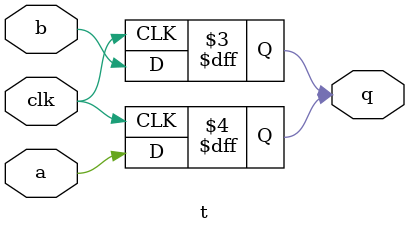
<source format=sv>
module t(input logic clk, input logic a, input logic b, output logic q);
  if (1) begin : g1
    always_ff @(posedge clk) q <= a;
  end
  if (1) begin : g2
    always_ff @(posedge clk) q <= b;
  end
endmodule

</source>
